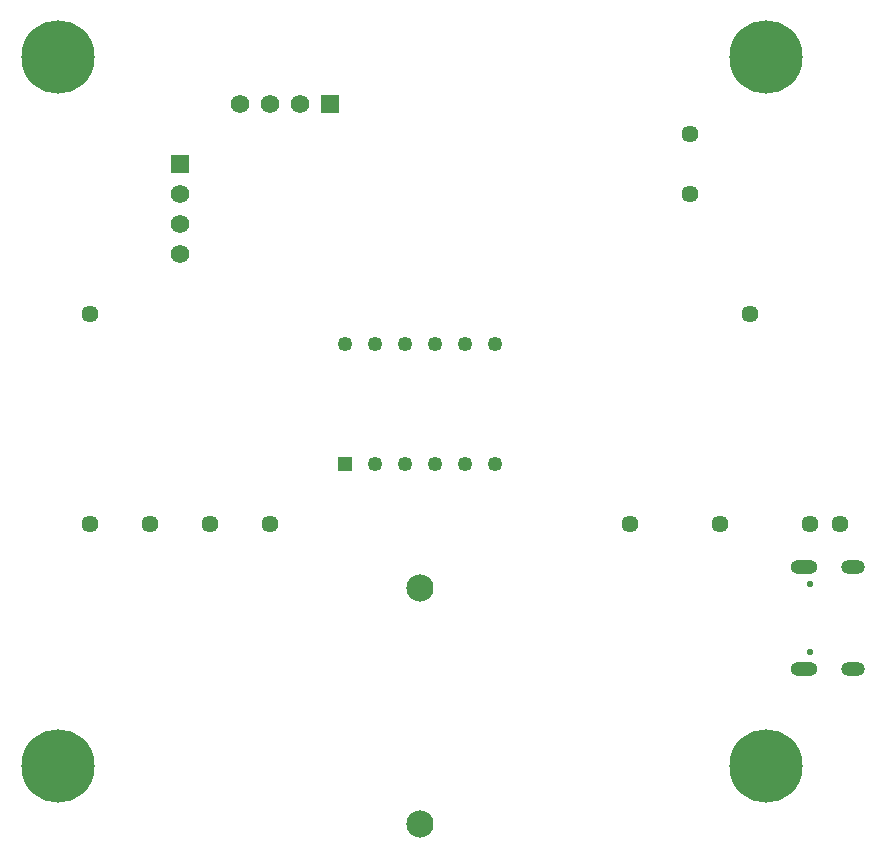
<source format=gbs>
G04*
G04 #@! TF.GenerationSoftware,Altium Limited,Altium Designer,25.3.3 (18)*
G04*
G04 Layer_Color=16711935*
%FSLAX44Y44*%
%MOMM*%
G71*
G04*
G04 #@! TF.SameCoordinates,4553B921-64C7-485E-A772-E3B30A5B98F9*
G04*
G04*
G04 #@! TF.FilePolarity,Negative*
G04*
G01*
G75*
%ADD55C,1.5732*%
%ADD56R,1.5732X1.5732*%
%ADD57C,1.4432*%
%ADD58C,2.3032*%
%ADD59C,1.2532*%
%ADD60R,1.2532X1.2532*%
%ADD61O,2.0032X1.2032*%
%ADD62O,2.3032X1.2032*%
%ADD63C,0.5500*%
%ADD64R,1.5732X1.5732*%
%ADD65C,6.2032*%
D55*
X203200Y533400D02*
D03*
Y558800D02*
D03*
Y584200D02*
D03*
X254000Y660400D02*
D03*
X279400D02*
D03*
X304800D02*
D03*
D56*
X203200Y609600D02*
D03*
D57*
X127000Y482600D02*
D03*
X736600Y304800D02*
D03*
X762000D02*
D03*
X660400D02*
D03*
X228600D02*
D03*
X177800D02*
D03*
X127000D02*
D03*
X584200D02*
D03*
X279400D02*
D03*
X635000Y635000D02*
D03*
Y584200D02*
D03*
X685800Y482600D02*
D03*
D58*
X406400Y250800D02*
D03*
Y50800D02*
D03*
D59*
X342900Y457200D02*
D03*
X368300D02*
D03*
X393700D02*
D03*
X419100D02*
D03*
X444500D02*
D03*
X469900D02*
D03*
Y355600D02*
D03*
X444500D02*
D03*
X419100D02*
D03*
X393700D02*
D03*
X368300D02*
D03*
D60*
X342900D02*
D03*
D61*
X773400Y181900D02*
D03*
Y268300D02*
D03*
D62*
X731600Y181900D02*
D03*
Y268300D02*
D03*
D63*
X736600Y254000D02*
D03*
Y196200D02*
D03*
D64*
X330200Y660400D02*
D03*
D65*
X100000Y700000D02*
D03*
Y100000D02*
D03*
X700000D02*
D03*
Y700000D02*
D03*
M02*

</source>
